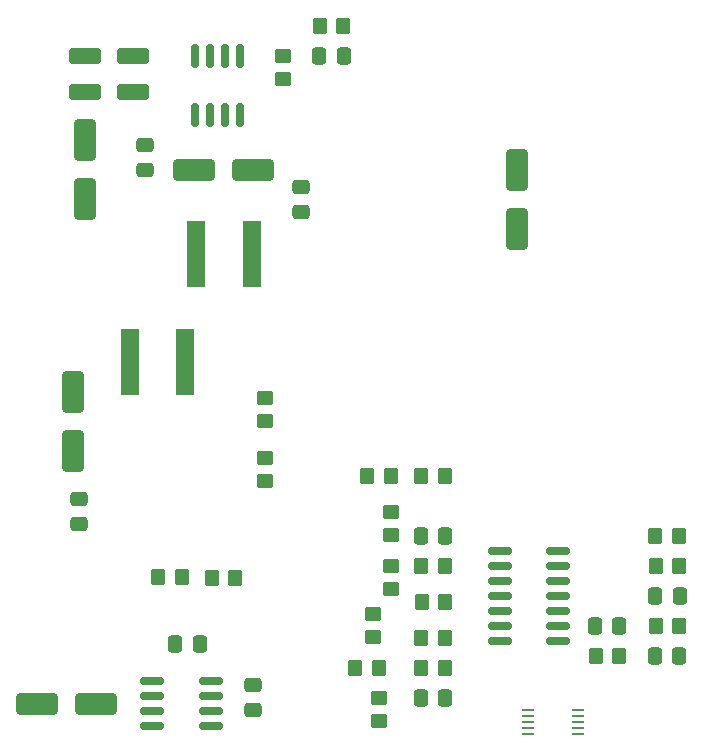
<source format=gbr>
%TF.GenerationSoftware,KiCad,Pcbnew,7.0.2*%
%TF.CreationDate,2023-05-15T17:20:20+02:00*%
%TF.ProjectId,projektkicad,70726f6a-656b-4746-9b69-6361642e6b69,rev?*%
%TF.SameCoordinates,Original*%
%TF.FileFunction,Paste,Top*%
%TF.FilePolarity,Positive*%
%FSLAX46Y46*%
G04 Gerber Fmt 4.6, Leading zero omitted, Abs format (unit mm)*
G04 Created by KiCad (PCBNEW 7.0.2) date 2023-05-15 17:20:20*
%MOMM*%
%LPD*%
G01*
G04 APERTURE LIST*
G04 Aperture macros list*
%AMRoundRect*
0 Rectangle with rounded corners*
0 $1 Rounding radius*
0 $2 $3 $4 $5 $6 $7 $8 $9 X,Y pos of 4 corners*
0 Add a 4 corners polygon primitive as box body*
4,1,4,$2,$3,$4,$5,$6,$7,$8,$9,$2,$3,0*
0 Add four circle primitives for the rounded corners*
1,1,$1+$1,$2,$3*
1,1,$1+$1,$4,$5*
1,1,$1+$1,$6,$7*
1,1,$1+$1,$8,$9*
0 Add four rect primitives between the rounded corners*
20,1,$1+$1,$2,$3,$4,$5,0*
20,1,$1+$1,$4,$5,$6,$7,0*
20,1,$1+$1,$6,$7,$8,$9,0*
20,1,$1+$1,$8,$9,$2,$3,0*%
G04 Aperture macros list end*
%ADD10RoundRect,0.250000X0.350000X0.450000X-0.350000X0.450000X-0.350000X-0.450000X0.350000X-0.450000X0*%
%ADD11RoundRect,0.250000X1.100000X-0.412500X1.100000X0.412500X-1.100000X0.412500X-1.100000X-0.412500X0*%
%ADD12RoundRect,0.250000X0.337500X0.475000X-0.337500X0.475000X-0.337500X-0.475000X0.337500X-0.475000X0*%
%ADD13RoundRect,0.250000X0.475000X-0.337500X0.475000X0.337500X-0.475000X0.337500X-0.475000X-0.337500X0*%
%ADD14RoundRect,0.250000X-0.350000X-0.450000X0.350000X-0.450000X0.350000X0.450000X-0.350000X0.450000X0*%
%ADD15R,1.600000X5.700000*%
%ADD16RoundRect,0.250000X-0.450000X0.350000X-0.450000X-0.350000X0.450000X-0.350000X0.450000X0.350000X0*%
%ADD17RoundRect,0.250000X-0.650000X1.500000X-0.650000X-1.500000X0.650000X-1.500000X0.650000X1.500000X0*%
%ADD18RoundRect,0.250000X0.450000X-0.350000X0.450000X0.350000X-0.450000X0.350000X-0.450000X-0.350000X0*%
%ADD19RoundRect,0.250000X1.500000X0.650000X-1.500000X0.650000X-1.500000X-0.650000X1.500000X-0.650000X0*%
%ADD20RoundRect,0.250000X-1.100000X0.412500X-1.100000X-0.412500X1.100000X-0.412500X1.100000X0.412500X0*%
%ADD21RoundRect,0.250000X0.650000X-1.500000X0.650000X1.500000X-0.650000X1.500000X-0.650000X-1.500000X0*%
%ADD22RoundRect,0.250000X-0.337500X-0.475000X0.337500X-0.475000X0.337500X0.475000X-0.337500X0.475000X0*%
%ADD23R,1.100000X0.250000*%
%ADD24RoundRect,0.250000X-0.475000X0.337500X-0.475000X-0.337500X0.475000X-0.337500X0.475000X0.337500X0*%
%ADD25RoundRect,0.150000X0.825000X0.150000X-0.825000X0.150000X-0.825000X-0.150000X0.825000X-0.150000X0*%
%ADD26RoundRect,0.150000X-0.825000X-0.150000X0.825000X-0.150000X0.825000X0.150000X-0.825000X0.150000X0*%
%ADD27RoundRect,0.150000X-0.150000X0.825000X-0.150000X-0.825000X0.150000X-0.825000X0.150000X0.825000X0*%
%ADD28RoundRect,0.250000X-1.500000X-0.650000X1.500000X-0.650000X1.500000X0.650000X-1.500000X0.650000X0*%
G04 APERTURE END LIST*
D10*
%TO.C,R21*%
X173720000Y-62484000D03*
X171720000Y-62484000D03*
%TD*%
D11*
%TO.C,C12*%
X151892000Y-68149000D03*
X151892000Y-65024000D03*
%TD*%
D12*
%TO.C,C2*%
X182356000Y-119380000D03*
X180281000Y-119380000D03*
%TD*%
D13*
%TO.C,C13*%
X156972000Y-74697500D03*
X156972000Y-72622500D03*
%TD*%
D14*
%TO.C,R15*%
X200125000Y-105664000D03*
X202125000Y-105664000D03*
%TD*%
D15*
%TO.C,L1*%
X155638000Y-90932000D03*
X160338000Y-90932000D03*
%TD*%
D14*
%TO.C,R13*%
X200168000Y-113284000D03*
X202168000Y-113284000D03*
%TD*%
D12*
%TO.C,C14*%
X173757500Y-65024000D03*
X171682500Y-65024000D03*
%TD*%
D14*
%TO.C,R2*%
X180350500Y-111252000D03*
X182350500Y-111252000D03*
%TD*%
D10*
%TO.C,R3*%
X182318500Y-100584000D03*
X180318500Y-100584000D03*
%TD*%
D16*
%TO.C,R17*%
X167132000Y-99054500D03*
X167132000Y-101054500D03*
%TD*%
D17*
%TO.C,D5*%
X151892000Y-72176000D03*
X151892000Y-77176000D03*
%TD*%
D14*
%TO.C,R20*%
X162576000Y-109220000D03*
X164576000Y-109220000D03*
%TD*%
D18*
%TO.C,R4*%
X177800000Y-105648000D03*
X177800000Y-103648000D03*
%TD*%
D19*
%TO.C,D4*%
X152828000Y-119888000D03*
X147828000Y-119888000D03*
%TD*%
D20*
%TO.C,C11*%
X155956000Y-65024000D03*
X155956000Y-68149000D03*
%TD*%
D14*
%TO.C,R12*%
X195088000Y-115824000D03*
X197088000Y-115824000D03*
%TD*%
D13*
%TO.C,C7*%
X151384000Y-104648000D03*
X151384000Y-102573000D03*
%TD*%
D18*
%TO.C,R6*%
X176276000Y-114268000D03*
X176276000Y-112268000D03*
%TD*%
D21*
%TO.C,D3*%
X188468000Y-79716000D03*
X188468000Y-74716000D03*
%TD*%
D18*
%TO.C,R5*%
X177800000Y-110220000D03*
X177800000Y-108220000D03*
%TD*%
D22*
%TO.C,C5*%
X200130500Y-110744000D03*
X202205500Y-110744000D03*
%TD*%
D16*
%TO.C,R10*%
X176784000Y-119396000D03*
X176784000Y-121396000D03*
%TD*%
D13*
%TO.C,C9*%
X166116000Y-120396000D03*
X166116000Y-118321000D03*
%TD*%
D21*
%TO.C,D1*%
X150876000Y-98490500D03*
X150876000Y-93490500D03*
%TD*%
D23*
%TO.C,U8*%
X193634000Y-122428000D03*
X193634000Y-121928000D03*
X193634000Y-121428000D03*
X193634000Y-120928000D03*
X193634000Y-120428000D03*
X189334000Y-120428000D03*
X189334000Y-120928000D03*
X189334000Y-121428000D03*
X189334000Y-121928000D03*
X189334000Y-122428000D03*
%TD*%
D24*
%TO.C,C15*%
X170180000Y-76178500D03*
X170180000Y-78253500D03*
%TD*%
D14*
%TO.C,R11*%
X174714500Y-116840000D03*
X176714500Y-116840000D03*
%TD*%
D25*
%TO.C,U7*%
X162495000Y-121793000D03*
X162495000Y-120523000D03*
X162495000Y-119253000D03*
X162495000Y-117983000D03*
X157545000Y-117983000D03*
X157545000Y-119253000D03*
X157545000Y-120523000D03*
X157545000Y-121793000D03*
%TD*%
D12*
%TO.C,C4*%
X197104000Y-113284000D03*
X195029000Y-113284000D03*
%TD*%
D10*
%TO.C,R7*%
X177746500Y-100584000D03*
X175746500Y-100584000D03*
%TD*%
D14*
%TO.C,R9*%
X180318500Y-114300000D03*
X182318500Y-114300000D03*
%TD*%
D10*
%TO.C,R1*%
X182334500Y-108204000D03*
X180334500Y-108204000D03*
%TD*%
%TO.C,R14*%
X202168000Y-108204000D03*
X200168000Y-108204000D03*
%TD*%
D14*
%TO.C,R8*%
X180318500Y-116840000D03*
X182318500Y-116840000D03*
%TD*%
D16*
%TO.C,R18*%
X167132000Y-93974500D03*
X167132000Y-95974500D03*
%TD*%
D26*
%TO.C,U10*%
X186987500Y-106934000D03*
X186987500Y-108204000D03*
X186987500Y-109474000D03*
X186987500Y-110744000D03*
X186987500Y-112014000D03*
X186987500Y-113284000D03*
X186987500Y-114554000D03*
X191937500Y-114554000D03*
X191937500Y-113284000D03*
X191937500Y-112014000D03*
X191937500Y-110744000D03*
X191937500Y-109474000D03*
X191937500Y-108204000D03*
X191937500Y-106934000D03*
%TD*%
D22*
%TO.C,C10*%
X159490500Y-114808000D03*
X161565500Y-114808000D03*
%TD*%
D12*
%TO.C,C3*%
X202184000Y-115824000D03*
X200109000Y-115824000D03*
%TD*%
D27*
%TO.C,U1*%
X165013000Y-65089000D03*
X163743000Y-65089000D03*
X162473000Y-65089000D03*
X161203000Y-65089000D03*
X161203000Y-70039000D03*
X162473000Y-70039000D03*
X163743000Y-70039000D03*
X165013000Y-70039000D03*
%TD*%
D10*
%TO.C,R19*%
X160036000Y-109198500D03*
X158036000Y-109198500D03*
%TD*%
D12*
%TO.C,C1*%
X182350500Y-105664000D03*
X180275500Y-105664000D03*
%TD*%
D15*
%TO.C,L2*%
X161266000Y-81788000D03*
X165966000Y-81788000D03*
%TD*%
D16*
%TO.C,R22*%
X168656000Y-65040000D03*
X168656000Y-67040000D03*
%TD*%
D28*
%TO.C,D2*%
X161076000Y-74676000D03*
X166076000Y-74676000D03*
%TD*%
M02*

</source>
